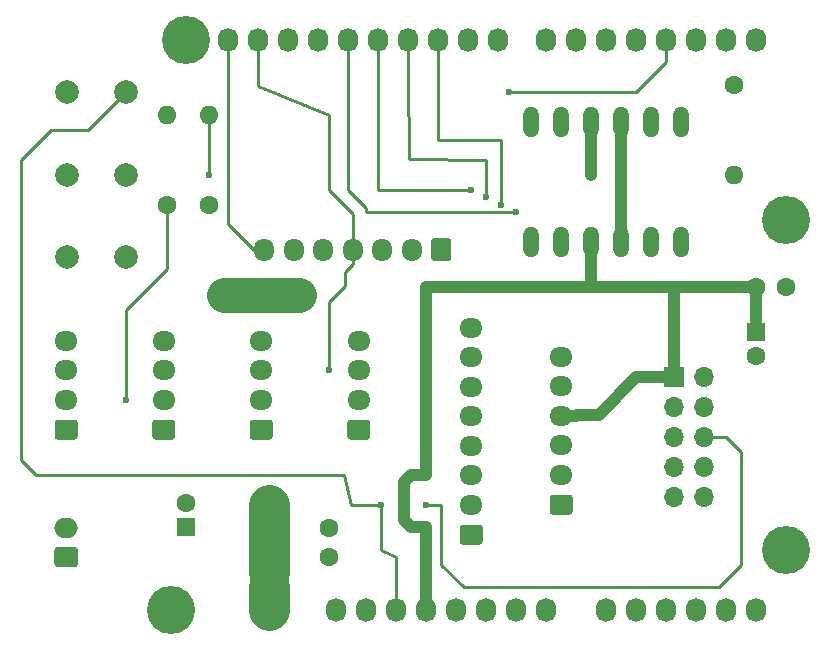
<source format=gbr>
%TF.GenerationSoftware,KiCad,Pcbnew,5.1.6-c6e7f7d~87~ubuntu18.04.1*%
%TF.CreationDate,2021-02-25T00:55:28+09:00*%
%TF.ProjectId,M302,4d333032-2e6b-4696-9361-645f70636258,rev?*%
%TF.SameCoordinates,Original*%
%TF.FileFunction,Copper,L1,Top*%
%TF.FilePolarity,Positive*%
%FSLAX46Y46*%
G04 Gerber Fmt 4.6, Leading zero omitted, Abs format (unit mm)*
G04 Created by KiCad (PCBNEW 5.1.6-c6e7f7d~87~ubuntu18.04.1) date 2021-02-25 00:55:28*
%MOMM*%
%LPD*%
G01*
G04 APERTURE LIST*
%TA.AperFunction,ComponentPad*%
%ADD10C,1.600000*%
%TD*%
%TA.AperFunction,ComponentPad*%
%ADD11R,1.600000X1.600000*%
%TD*%
%TA.AperFunction,ComponentPad*%
%ADD12O,1.950000X1.700000*%
%TD*%
%TA.AperFunction,ComponentPad*%
%ADD13O,1.600000X1.600000*%
%TD*%
%TA.AperFunction,ComponentPad*%
%ADD14O,1.700000X1.950000*%
%TD*%
%TA.AperFunction,ComponentPad*%
%ADD15C,2.000000*%
%TD*%
%TA.AperFunction,ComponentPad*%
%ADD16O,1.320800X2.641600*%
%TD*%
%TA.AperFunction,ComponentPad*%
%ADD17O,2.000000X1.700000*%
%TD*%
%TA.AperFunction,ComponentPad*%
%ADD18O,1.700000X1.700000*%
%TD*%
%TA.AperFunction,ComponentPad*%
%ADD19R,1.700000X1.700000*%
%TD*%
%TA.AperFunction,ComponentPad*%
%ADD20O,1.727200X2.032000*%
%TD*%
%TA.AperFunction,ComponentPad*%
%ADD21C,4.064000*%
%TD*%
%TA.AperFunction,ViaPad*%
%ADD22C,0.600000*%
%TD*%
%TA.AperFunction,Conductor*%
%ADD23C,0.250000*%
%TD*%
%TA.AperFunction,Conductor*%
%ADD24C,1.000000*%
%TD*%
%TA.AperFunction,Conductor*%
%ADD25C,0.500000*%
%TD*%
%TA.AperFunction,Conductor*%
%ADD26C,3.000000*%
%TD*%
%TA.AperFunction,Conductor*%
%ADD27C,3.500000*%
%TD*%
G04 APERTURE END LIST*
D10*
%TO.P,C4,2*%
%TO.N,GND*%
X176998000Y-96520000D03*
%TO.P,C4,1*%
%TO.N,+3V3*%
X174498000Y-96520000D03*
%TD*%
%TO.P,C3,2*%
%TO.N,GND*%
X174498000Y-102330000D03*
D11*
%TO.P,C3,1*%
%TO.N,+3V3*%
X174498000Y-100330000D03*
%TD*%
D10*
%TO.P,C2,2*%
%TO.N,GND*%
X138303000Y-116880000D03*
%TO.P,C2,1*%
%TO.N,+5V*%
X138303000Y-119380000D03*
%TD*%
D12*
%TO.P,J9,8*%
%TO.N,GND*%
X150368000Y-99975000D03*
%TO.P,J9,7*%
%TO.N,Net-(J9-Pad7)*%
X150368000Y-102475000D03*
%TO.P,J9,6*%
%TO.N,GND*%
X150368000Y-104975000D03*
%TO.P,J9,5*%
%TO.N,Net-(J9-Pad5)*%
X150368000Y-107475000D03*
%TO.P,J9,4*%
%TO.N,GND*%
X150368000Y-109975000D03*
%TO.P,J9,3*%
%TO.N,Net-(J9-Pad3)*%
X150368000Y-112475000D03*
%TO.P,J9,2*%
%TO.N,GND*%
X150368000Y-114975000D03*
%TO.P,J9,1*%
%TO.N,Net-(J9-Pad1)*%
%TA.AperFunction,ComponentPad*%
G36*
G01*
X151093000Y-118325000D02*
X149643000Y-118325000D01*
G75*
G02*
X149393000Y-118075000I0J250000D01*
G01*
X149393000Y-116875000D01*
G75*
G02*
X149643000Y-116625000I250000J0D01*
G01*
X151093000Y-116625000D01*
G75*
G02*
X151343000Y-116875000I0J-250000D01*
G01*
X151343000Y-118075000D01*
G75*
G02*
X151093000Y-118325000I-250000J0D01*
G01*
G37*
%TD.AperFunction*%
%TD*%
D13*
%TO.P,R3,2*%
%TO.N,+5V*%
X172593000Y-86995000D03*
D10*
%TO.P,R3,1*%
%TO.N,/4*%
X172593000Y-79375000D03*
%TD*%
D13*
%TO.P,R2,2*%
%TO.N,/3(\u002A\u002A)*%
X128143000Y-81915000D03*
D10*
%TO.P,R2,1*%
%TO.N,+5V*%
X128143000Y-89535000D03*
%TD*%
D13*
%TO.P,R1,2*%
%TO.N,/Reset*%
X124571835Y-81915000D03*
D10*
%TO.P,R1,1*%
%TO.N,+5V*%
X124571835Y-89535000D03*
%TD*%
D14*
%TO.P,J5,7*%
%TO.N,/A5(SCL)*%
X132828000Y-93345000D03*
%TO.P,J5,6*%
%TO.N,/3(\u002A\u002A)*%
X135328000Y-93345000D03*
%TO.P,J5,5*%
%TO.N,Net-(J5-Pad5)*%
X137828000Y-93345000D03*
%TO.P,J5,4*%
%TO.N,/A4(SDA)*%
X140328000Y-93345000D03*
%TO.P,J5,3*%
%TO.N,GND*%
X142828000Y-93345000D03*
%TO.P,J5,2*%
%TO.N,Net-(J5-Pad2)*%
X145328000Y-93345000D03*
%TO.P,J5,1*%
%TO.N,+5V*%
%TA.AperFunction,ComponentPad*%
G36*
G01*
X148678000Y-92620000D02*
X148678000Y-94070000D01*
G75*
G02*
X148428000Y-94320000I-250000J0D01*
G01*
X147228000Y-94320000D01*
G75*
G02*
X146978000Y-94070000I0J250000D01*
G01*
X146978000Y-92620000D01*
G75*
G02*
X147228000Y-92370000I250000J0D01*
G01*
X148428000Y-92370000D01*
G75*
G02*
X148678000Y-92620000I0J-250000D01*
G01*
G37*
%TD.AperFunction*%
%TD*%
D15*
%TO.P,SW3,2*%
%TO.N,GND*%
X116118000Y-93980000D03*
%TO.P,SW3,1*%
%TO.N,/4*%
X121118000Y-93980000D03*
%TD*%
D16*
%TO.P,U1,HV1*%
%TO.N,/7*%
X155448000Y-82550000D03*
%TO.P,U1,HV2*%
%TO.N,/6(\u002A\u002A)*%
X157988000Y-82550000D03*
%TO.P,U1,HV*%
%TO.N,+5V*%
X160528000Y-82550000D03*
%TO.P,U1,HGND*%
%TO.N,GND*%
X163068000Y-82550000D03*
%TO.P,U1,HV3*%
%TO.N,/5(\u002A\u002A)*%
X165608000Y-82550000D03*
%TO.P,U1,LGND*%
%TO.N,GND*%
X163068000Y-92710000D03*
%TO.P,U1,LV3*%
%TO.N,Net-(J7-Pad2)*%
X165608000Y-92710000D03*
%TO.P,U1,LV*%
%TO.N,+3V3*%
X160528000Y-92710000D03*
%TO.P,U1,LV2*%
%TO.N,Net-(J7-Pad5)*%
X157988000Y-92710000D03*
%TO.P,U1,HV4*%
%TO.N,/4*%
X168148000Y-82550000D03*
%TO.P,U1,LV4*%
%TO.N,Net-(J7-Pad1)*%
X168148000Y-92710000D03*
%TO.P,U1,LV1*%
%TO.N,Net-(J7-Pad6)*%
X155448000Y-92710000D03*
%TD*%
D17*
%TO.P,J8,2*%
%TO.N,GND*%
X116078000Y-116880000D03*
%TO.P,J8,1*%
%TO.N,+5V*%
%TA.AperFunction,ComponentPad*%
G36*
G01*
X116828000Y-120230000D02*
X115328000Y-120230000D01*
G75*
G02*
X115078000Y-119980000I0J250000D01*
G01*
X115078000Y-118780000D01*
G75*
G02*
X115328000Y-118530000I250000J0D01*
G01*
X116828000Y-118530000D01*
G75*
G02*
X117078000Y-118780000I0J-250000D01*
G01*
X117078000Y-119980000D01*
G75*
G02*
X116828000Y-120230000I-250000J0D01*
G01*
G37*
%TD.AperFunction*%
%TD*%
D10*
%TO.P,C1,2*%
%TO.N,GND*%
X126238000Y-114840000D03*
D11*
%TO.P,C1,1*%
%TO.N,+5V*%
X126238000Y-116840000D03*
%TD*%
D12*
%TO.P,J7,6*%
%TO.N,Net-(J7-Pad6)*%
X157988000Y-102435000D03*
%TO.P,J7,5*%
%TO.N,Net-(J7-Pad5)*%
X157988000Y-104935000D03*
%TO.P,J7,4*%
%TO.N,+3V3*%
X157988000Y-107435000D03*
%TO.P,J7,3*%
%TO.N,GND*%
X157988000Y-109935000D03*
%TO.P,J7,2*%
%TO.N,Net-(J7-Pad2)*%
X157988000Y-112435000D03*
%TO.P,J7,1*%
%TO.N,Net-(J7-Pad1)*%
%TA.AperFunction,ComponentPad*%
G36*
G01*
X158713000Y-115785000D02*
X157263000Y-115785000D01*
G75*
G02*
X157013000Y-115535000I0J250000D01*
G01*
X157013000Y-114335000D01*
G75*
G02*
X157263000Y-114085000I250000J0D01*
G01*
X158713000Y-114085000D01*
G75*
G02*
X158963000Y-114335000I0J-250000D01*
G01*
X158963000Y-115535000D01*
G75*
G02*
X158713000Y-115785000I-250000J0D01*
G01*
G37*
%TD.AperFunction*%
%TD*%
D18*
%TO.P,J6,10*%
%TO.N,Net-(J6-Pad10)*%
X170053000Y-114300000D03*
%TO.P,J6,9*%
%TO.N,/13(SCK)*%
X167513000Y-114300000D03*
%TO.P,J6,8*%
%TO.N,Net-(J6-Pad8)*%
X170053000Y-111760000D03*
%TO.P,J6,7*%
%TO.N,/10(\u002A\u002A/SS)*%
X167513000Y-111760000D03*
%TO.P,J6,6*%
%TO.N,/Reset*%
X170053000Y-109220000D03*
%TO.P,J6,5*%
%TO.N,/11(\u002A\u002A/MOSI)*%
X167513000Y-109220000D03*
%TO.P,J6,4*%
%TO.N,GND*%
X170053000Y-106680000D03*
%TO.P,J6,3*%
%TO.N,/12(MISO)*%
X167513000Y-106680000D03*
%TO.P,J6,2*%
%TO.N,+5V*%
X170053000Y-104140000D03*
D19*
%TO.P,J6,1*%
%TO.N,+3V3*%
X167513000Y-104140000D03*
%TD*%
D15*
%TO.P,SW1,2*%
%TO.N,/Reset*%
X121118000Y-80010000D03*
%TO.P,SW1,1*%
%TO.N,GND*%
X116118000Y-80010000D03*
%TD*%
%TO.P,SW2,2*%
%TO.N,/3(\u002A\u002A)*%
X121118000Y-86995000D03*
%TO.P,SW2,1*%
%TO.N,GND*%
X116118000Y-86995000D03*
%TD*%
D20*
%TO.P,P1,1*%
%TO.N,Net-(P1-Pad1)*%
X138938000Y-123825000D03*
%TO.P,P1,2*%
%TO.N,/IOREF*%
X141478000Y-123825000D03*
%TO.P,P1,3*%
%TO.N,/Reset*%
X144018000Y-123825000D03*
%TO.P,P1,4*%
%TO.N,+3V3*%
X146558000Y-123825000D03*
%TO.P,P1,5*%
%TO.N,+5V*%
X149098000Y-123825000D03*
%TO.P,P1,6*%
%TO.N,GND*%
X151638000Y-123825000D03*
%TO.P,P1,7*%
X154178000Y-123825000D03*
%TO.P,P1,8*%
%TO.N,Net-(P1-Pad8)*%
X156718000Y-123825000D03*
%TD*%
%TO.P,P2,1*%
%TO.N,Net-(J9-Pad1)*%
X161798000Y-123825000D03*
%TO.P,P2,2*%
%TO.N,Net-(J9-Pad3)*%
X164338000Y-123825000D03*
%TO.P,P2,3*%
%TO.N,Net-(J9-Pad5)*%
X166878000Y-123825000D03*
%TO.P,P2,4*%
%TO.N,Net-(J9-Pad7)*%
X169418000Y-123825000D03*
%TO.P,P2,5*%
%TO.N,Net-(P2-Pad5)*%
X171958000Y-123825000D03*
%TO.P,P2,6*%
%TO.N,Net-(P2-Pad6)*%
X174498000Y-123825000D03*
%TD*%
%TO.P,P3,1*%
%TO.N,/A5(SCL)*%
X129794000Y-75565000D03*
%TO.P,P3,2*%
%TO.N,/A4(SDA)*%
X132334000Y-75565000D03*
%TO.P,P3,3*%
%TO.N,/AREF*%
X134874000Y-75565000D03*
%TO.P,P3,4*%
%TO.N,GND*%
X137414000Y-75565000D03*
%TO.P,P3,5*%
%TO.N,/13(SCK)*%
X139954000Y-75565000D03*
%TO.P,P3,6*%
%TO.N,/12(MISO)*%
X142494000Y-75565000D03*
%TO.P,P3,7*%
%TO.N,/11(\u002A\u002A/MOSI)*%
X145034000Y-75565000D03*
%TO.P,P3,8*%
%TO.N,/10(\u002A\u002A/SS)*%
X147574000Y-75565000D03*
%TO.P,P3,9*%
%TO.N,/9(\u002A\u002A)*%
X150114000Y-75565000D03*
%TO.P,P3,10*%
%TO.N,/8*%
X152654000Y-75565000D03*
%TD*%
%TO.P,P4,1*%
%TO.N,/7*%
X156718000Y-75565000D03*
%TO.P,P4,2*%
%TO.N,/6(\u002A\u002A)*%
X159258000Y-75565000D03*
%TO.P,P4,3*%
%TO.N,/5(\u002A\u002A)*%
X161798000Y-75565000D03*
%TO.P,P4,4*%
%TO.N,/4*%
X164338000Y-75565000D03*
%TO.P,P4,5*%
%TO.N,/3(\u002A\u002A)*%
X166878000Y-75565000D03*
%TO.P,P4,6*%
%TO.N,/2*%
X169418000Y-75565000D03*
%TO.P,P4,7*%
%TO.N,/1(Tx)*%
X171958000Y-75565000D03*
%TO.P,P4,8*%
%TO.N,/0(Rx)*%
X174498000Y-75565000D03*
%TD*%
D21*
%TO.P,P5,1*%
%TO.N,Net-(P5-Pad1)*%
X124968000Y-123825000D03*
%TD*%
%TO.P,P6,1*%
%TO.N,Net-(P6-Pad1)*%
X177038000Y-118745000D03*
%TD*%
%TO.P,P7,1*%
%TO.N,Net-(P7-Pad1)*%
X126238000Y-75565000D03*
%TD*%
%TO.P,P8,1*%
%TO.N,Net-(P8-Pad1)*%
X177038000Y-90805000D03*
%TD*%
D12*
%TO.P,J1,4*%
%TO.N,/A5(SCL)*%
X116078000Y-101085000D03*
%TO.P,J1,3*%
%TO.N,/A4(SDA)*%
X116078000Y-103585000D03*
%TO.P,J1,2*%
%TO.N,+5V*%
X116078000Y-106085000D03*
%TO.P,J1,1*%
%TO.N,GND*%
%TA.AperFunction,ComponentPad*%
G36*
G01*
X116803000Y-109435000D02*
X115353000Y-109435000D01*
G75*
G02*
X115103000Y-109185000I0J250000D01*
G01*
X115103000Y-107985000D01*
G75*
G02*
X115353000Y-107735000I250000J0D01*
G01*
X116803000Y-107735000D01*
G75*
G02*
X117053000Y-107985000I0J-250000D01*
G01*
X117053000Y-109185000D01*
G75*
G02*
X116803000Y-109435000I-250000J0D01*
G01*
G37*
%TD.AperFunction*%
%TD*%
%TO.P,J2,1*%
%TO.N,GND*%
%TA.AperFunction,ComponentPad*%
G36*
G01*
X125058000Y-109435000D02*
X123608000Y-109435000D01*
G75*
G02*
X123358000Y-109185000I0J250000D01*
G01*
X123358000Y-107985000D01*
G75*
G02*
X123608000Y-107735000I250000J0D01*
G01*
X125058000Y-107735000D01*
G75*
G02*
X125308000Y-107985000I0J-250000D01*
G01*
X125308000Y-109185000D01*
G75*
G02*
X125058000Y-109435000I-250000J0D01*
G01*
G37*
%TD.AperFunction*%
%TO.P,J2,2*%
%TO.N,+5V*%
X124333000Y-106085000D03*
%TO.P,J2,3*%
%TO.N,/A4(SDA)*%
X124333000Y-103585000D03*
%TO.P,J2,4*%
%TO.N,/A5(SCL)*%
X124333000Y-101085000D03*
%TD*%
%TO.P,J3,4*%
%TO.N,/A5(SCL)*%
X132588000Y-101085000D03*
%TO.P,J3,3*%
%TO.N,/A4(SDA)*%
X132588000Y-103585000D03*
%TO.P,J3,2*%
%TO.N,+5V*%
X132588000Y-106085000D03*
%TO.P,J3,1*%
%TO.N,GND*%
%TA.AperFunction,ComponentPad*%
G36*
G01*
X133313000Y-109435000D02*
X131863000Y-109435000D01*
G75*
G02*
X131613000Y-109185000I0J250000D01*
G01*
X131613000Y-107985000D01*
G75*
G02*
X131863000Y-107735000I250000J0D01*
G01*
X133313000Y-107735000D01*
G75*
G02*
X133563000Y-107985000I0J-250000D01*
G01*
X133563000Y-109185000D01*
G75*
G02*
X133313000Y-109435000I-250000J0D01*
G01*
G37*
%TD.AperFunction*%
%TD*%
%TO.P,J4,1*%
%TO.N,GND*%
%TA.AperFunction,ComponentPad*%
G36*
G01*
X141568000Y-109435000D02*
X140118000Y-109435000D01*
G75*
G02*
X139868000Y-109185000I0J250000D01*
G01*
X139868000Y-107985000D01*
G75*
G02*
X140118000Y-107735000I250000J0D01*
G01*
X141568000Y-107735000D01*
G75*
G02*
X141818000Y-107985000I0J-250000D01*
G01*
X141818000Y-109185000D01*
G75*
G02*
X141568000Y-109435000I-250000J0D01*
G01*
G37*
%TD.AperFunction*%
%TO.P,J4,2*%
%TO.N,+5V*%
X140843000Y-106085000D03*
%TO.P,J4,3*%
%TO.N,/A4(SDA)*%
X140843000Y-103585000D03*
%TO.P,J4,4*%
%TO.N,/A5(SCL)*%
X140843000Y-101085000D03*
%TD*%
D22*
%TO.N,/Reset*%
X142748000Y-114935000D03*
X146558000Y-114935000D03*
%TO.N,+5V*%
X160528000Y-86995000D03*
X121158000Y-106045000D03*
%TO.N,GND*%
X129413000Y-97155000D03*
X140843000Y-108585000D03*
X130683000Y-97155000D03*
X135128000Y-97155000D03*
X133223000Y-116205000D03*
X133223000Y-121920000D03*
X133858000Y-115570000D03*
X133858000Y-116840000D03*
X132588000Y-116840000D03*
X132588000Y-115570000D03*
X133223000Y-117475000D03*
X133223000Y-114935000D03*
X133858000Y-121285000D03*
X132588000Y-121285000D03*
X131953000Y-121920000D03*
X134493000Y-121920000D03*
X133858000Y-122555000D03*
X132588000Y-122555000D03*
X131953000Y-123190000D03*
X133223000Y-123190000D03*
X134493000Y-123190000D03*
X133858000Y-123825000D03*
X132588000Y-123825000D03*
X133223000Y-124460000D03*
X134493000Y-124460000D03*
X131953000Y-124460000D03*
X131953000Y-116205000D03*
X134493000Y-116205000D03*
X134493000Y-117475000D03*
X131953000Y-117475000D03*
X132588000Y-114300000D03*
X133858000Y-114300000D03*
X134493000Y-114935000D03*
X131953000Y-114935000D03*
X133223000Y-113665000D03*
X130048000Y-96520000D03*
X131318000Y-96520000D03*
X131318000Y-97790000D03*
X130048000Y-97790000D03*
X134493000Y-97790000D03*
X134493000Y-96520000D03*
X136398000Y-97155000D03*
X135763000Y-97790000D03*
X133858000Y-97155000D03*
X128778000Y-96520000D03*
X128778000Y-97790000D03*
X135763000Y-96520000D03*
%TO.N,/A4(SDA)*%
X138303000Y-103505000D03*
%TO.N,/3(\u002A\u002A)*%
X153543000Y-80010000D03*
X128143000Y-86995000D03*
%TO.N,/13(SCK)*%
X154178000Y-90170000D03*
%TO.N,/10(\u002A\u002A/SS)*%
X152908000Y-89535000D03*
%TO.N,/12(MISO)*%
X150368000Y-88265000D03*
%TO.N,/11(\u002A\u002A/MOSI)*%
X151638000Y-88900000D03*
%TD*%
D23*
%TO.N,/Reset*%
X142748000Y-118745000D02*
X142748000Y-114935000D01*
X144018000Y-119380000D02*
X142748000Y-118745000D01*
X144018000Y-123825000D02*
X144018000Y-119380000D01*
X142748000Y-114935000D02*
X142748000Y-114935000D01*
X171958000Y-109220000D02*
X170053000Y-109220000D01*
X173228000Y-110490000D02*
X171958000Y-109220000D01*
X173228000Y-120015000D02*
X173228000Y-110490000D01*
X171323000Y-121920000D02*
X173228000Y-120015000D01*
X149733000Y-121920000D02*
X171323000Y-121920000D01*
X147828000Y-120015000D02*
X149733000Y-121920000D01*
X147828000Y-114935000D02*
X147828000Y-120015000D01*
X146558000Y-114935000D02*
X147828000Y-114935000D01*
X117943000Y-83185000D02*
X121118000Y-80010000D01*
X114808000Y-83185000D02*
X117943000Y-83185000D01*
X112268000Y-111125000D02*
X112268000Y-85725000D01*
X112268000Y-85725000D02*
X114808000Y-83185000D01*
X113538000Y-112395000D02*
X112268000Y-111125000D01*
X139573000Y-112395000D02*
X113538000Y-112395000D01*
X140208000Y-114935000D02*
X139573000Y-112395000D01*
X142748000Y-114935000D02*
X140208000Y-114935000D01*
D24*
%TO.N,+5V*%
X160528000Y-82550000D02*
X160528000Y-86995000D01*
D25*
X160528000Y-86995000D02*
X160528000Y-86995000D01*
D23*
X124571835Y-89535000D02*
X124571835Y-95011165D01*
X124571835Y-95011165D02*
X121158000Y-98425000D01*
X121158000Y-98425000D02*
X121158000Y-106045000D01*
X121158000Y-106045000D02*
X121158000Y-106045000D01*
D26*
%TO.N,GND*%
X133223000Y-116205000D02*
X133223000Y-116205000D01*
D23*
X129413000Y-97155000D02*
X129413000Y-97155000D01*
D26*
X129413000Y-97155000D02*
X135763000Y-97155000D01*
D23*
X135763000Y-97155000D02*
X135763000Y-97155000D01*
D24*
X163068000Y-82550000D02*
X163068000Y-92710000D01*
D27*
X133223000Y-114935000D02*
X133223000Y-120650000D01*
D26*
X133223000Y-121920000D02*
X133223000Y-121920000D01*
X133223000Y-121920000D02*
X133223000Y-121920000D01*
D27*
X133223000Y-121920000D02*
X133223000Y-123825000D01*
D23*
%TO.N,/A4(SDA)*%
X140328000Y-94570000D02*
X139648000Y-95250000D01*
X140328000Y-93345000D02*
X140328000Y-94570000D01*
X139648000Y-95250000D02*
X139648000Y-96445000D01*
X139648000Y-96445000D02*
X138303000Y-97790000D01*
X138303000Y-97790000D02*
X138303000Y-103505000D01*
X138303000Y-103505000D02*
X138303000Y-103505000D01*
X132334000Y-79375000D02*
X132334000Y-75565000D01*
X132334000Y-79476600D02*
X132334000Y-79375000D01*
X138303000Y-81915000D02*
X132334000Y-79476600D01*
X138303000Y-88265000D02*
X138303000Y-81915000D01*
X140366549Y-90328549D02*
X138303000Y-88265000D01*
X140366549Y-90805000D02*
X140366549Y-90328549D01*
X140328000Y-93345000D02*
X140366549Y-90805000D01*
%TO.N,/A5(SCL)*%
X129794000Y-75565000D02*
X129794000Y-91186000D01*
X131953000Y-93345000D02*
X132828000Y-93345000D01*
X129794000Y-91186000D02*
X131953000Y-93345000D01*
%TO.N,/3(\u002A\u002A)*%
X153543000Y-80010000D02*
X164338000Y-80010000D01*
X166878000Y-77470000D02*
X166878000Y-75565000D01*
X164338000Y-80010000D02*
X166878000Y-77470000D01*
X128143000Y-81915000D02*
X128143000Y-86995000D01*
%TO.N,/13(SCK)*%
X154178000Y-90170000D02*
X141478000Y-90170000D01*
X139954000Y-88265000D02*
X139954000Y-75565000D01*
X141478000Y-89789000D02*
X139954000Y-88265000D01*
X141478000Y-90170000D02*
X141478000Y-89789000D01*
%TO.N,/10(\u002A\u002A/SS)*%
X152908000Y-89535000D02*
X152908000Y-89535000D01*
X147574000Y-75565000D02*
X147574000Y-84074000D01*
X152908000Y-84074000D02*
X152908000Y-89535000D01*
X152908000Y-84074000D02*
X147574000Y-84074000D01*
D24*
%TO.N,+3V3*%
X167513000Y-102235000D02*
X167513000Y-104140000D01*
X167513000Y-96520000D02*
X167513000Y-102235000D01*
X160528000Y-96520000D02*
X167513000Y-96520000D01*
X160528000Y-92710000D02*
X160528000Y-96520000D01*
D23*
X159213000Y-107435000D02*
X159333000Y-107315000D01*
D24*
X157988000Y-107435000D02*
X159213000Y-107435000D01*
X159333000Y-107315000D02*
X161163000Y-107315000D01*
X164338000Y-104140000D02*
X167513000Y-104140000D01*
X161163000Y-107315000D02*
X164338000Y-104140000D01*
X146558000Y-96520000D02*
X160528000Y-96520000D01*
X146558000Y-112395000D02*
X146558000Y-96520000D01*
X146558000Y-112395000D02*
X145288000Y-112395000D01*
X145288000Y-112395000D02*
X144653000Y-113030000D01*
X144653000Y-113030000D02*
X144653000Y-116205000D01*
X144653000Y-116205000D02*
X145288000Y-116840000D01*
X145288000Y-116840000D02*
X146558000Y-116840000D01*
X146558000Y-116840000D02*
X146558000Y-123825000D01*
X174498000Y-96520000D02*
X174498000Y-100330000D01*
X167513000Y-96520000D02*
X174498000Y-96520000D01*
D23*
%TO.N,/12(MISO)*%
X142494000Y-88265000D02*
X142494000Y-75565000D01*
X150368000Y-88265000D02*
X142748000Y-88265000D01*
X142494000Y-88265000D02*
X142748000Y-88265000D01*
%TO.N,/11(\u002A\u002A/MOSI)*%
X145107761Y-85639890D02*
X145034000Y-78486000D01*
X145034000Y-78486000D02*
X145034000Y-75565000D01*
X151638000Y-85725000D02*
X145107761Y-85639890D01*
X151638000Y-88900000D02*
X151638000Y-85725000D01*
%TD*%
M02*

</source>
